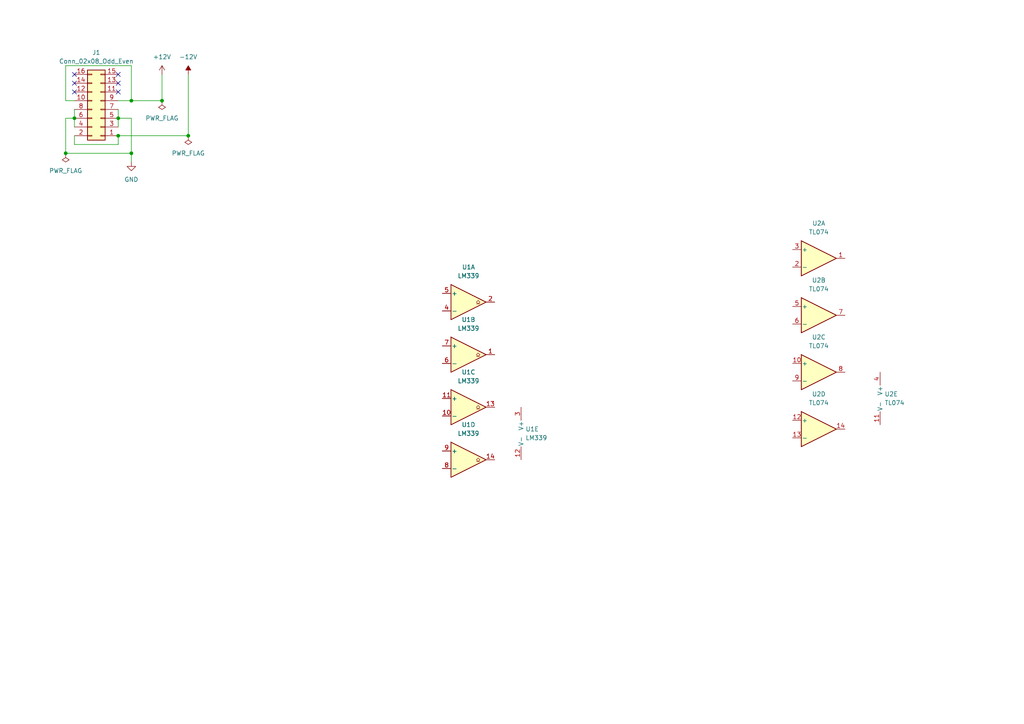
<source format=kicad_sch>
(kicad_sch (version 20230121) (generator eeschema)
  (paper "A4")
  (lib_symbols
    (symbol "Amplifier_Operational:TL074" (pin_names (offset 0.127))
      (property "Reference" "U" (at 0 5.08 0))
      (property "Value" "TL074" (at 0 -5.08 0))
      (symbol "TL074_1_1"
        (polyline (pts (xy -5.08 5.08) (xy 5.08 0) (xy -5.08 -5.08) (xy -5.08 5.08)) (stroke (width 0.254)) (fill (type background)))
        (pin output line (at 7.62 0 180) (length 2.54) (name "~") (number "1"))
        (pin input line (at -7.62 -2.54 0) (length 2.54) (name "-") (number "2"))
        (pin input line (at -7.62 2.54 0) (length 2.54) (name "+") (number "3"))
      )
      (symbol "TL074_2_1"
        (polyline (pts (xy -5.08 5.08) (xy 5.08 0) (xy -5.08 -5.08) (xy -5.08 5.08)) (stroke (width 0.254)) (fill (type background)))
        (pin input line (at -7.62 2.54 0) (length 2.54) (name "+") (number "5"))
        (pin input line (at -7.62 -2.54 0) (length 2.54) (name "-") (number "6"))
        (pin output line (at 7.62 0 180) (length 2.54) (name "~") (number "7"))
      )
      (symbol "TL074_3_1"
        (polyline (pts (xy -5.08 5.08) (xy 5.08 0) (xy -5.08 -5.08) (xy -5.08 5.08)) (stroke (width 0.254)) (fill (type background)))
        (pin input line (at -7.62 2.54 0) (length 2.54) (name "+") (number "10"))
        (pin output line (at 7.62 0 180) (length 2.54) (name "~") (number "8"))
        (pin input line (at -7.62 -2.54 0) (length 2.54) (name "-") (number "9"))
      )
      (symbol "TL074_4_1"
        (polyline (pts (xy -5.08 5.08) (xy 5.08 0) (xy -5.08 -5.08) (xy -5.08 5.08)) (stroke (width 0.254)) (fill (type background)))
        (pin input line (at -7.62 2.54 0) (length 2.54) (name "+") (number "12"))
        (pin input line (at -7.62 -2.54 0) (length 2.54) (name "-") (number "13"))
        (pin output line (at 7.62 0 180) (length 2.54) (name "~") (number "14"))
      )
      (symbol "TL074_5_1"
        (pin power_in line (at -2.54 -7.62 90) (length 3.81) (name "V-") (number "11"))
        (pin power_in line (at -2.54 7.62 270) (length 3.81) (name "V+") (number "4"))
      )
    )
    (symbol "Comparator:LM339" (pin_names (offset 0.127))
      (property "Reference" "U" (at 0 5.08 0))
      (property "Value" "LM339" (at 0 -5.08 0))
      (symbol "LM339_1_1"
        (polyline (pts (xy -5.08 5.08) (xy 5.08 0) (xy -5.08 -5.08) (xy -5.08 5.08)) (stroke (width 0.254)) (fill (type background)))
        (polyline (pts (xy 3.302 -0.508) (xy 2.794 -0.508) (xy 3.302 0) (xy 2.794 0.508) (xy 2.286 0) (xy 2.794 -0.508) (xy 2.286 -0.508)) (stroke (width 0.127)))
        (pin open_collector line (at 7.62 0 180) (length 2.54) (name "~") (number "2"))
        (pin input line (at -7.62 -2.54 0) (length 2.54) (name "-") (number "4"))
        (pin input line (at -7.62 2.54 0) (length 2.54) (name "+") (number "5"))
      )
      (symbol "LM339_2_1"
        (polyline (pts (xy -5.08 5.08) (xy 5.08 0) (xy -5.08 -5.08) (xy -5.08 5.08)) (stroke (width 0.254)) (fill (type background)))
        (polyline (pts (xy 3.302 -0.508) (xy 2.794 -0.508) (xy 3.302 0) (xy 2.794 0.508) (xy 2.286 0) (xy 2.794 -0.508) (xy 2.286 -0.508)) (stroke (width 0.127)))
        (pin open_collector line (at 7.62 0 180) (length 2.54) (name "~") (number "1"))
        (pin input line (at -7.62 -2.54 0) (length 2.54) (name "-") (number "6"))
        (pin input line (at -7.62 2.54 0) (length 2.54) (name "+") (number "7"))
      )
      (symbol "LM339_3_1"
        (polyline (pts (xy -5.08 5.08) (xy 5.08 0) (xy -5.08 -5.08) (xy -5.08 5.08)) (stroke (width 0.254)) (fill (type background)))
        (polyline (pts (xy 3.302 -0.508) (xy 2.794 -0.508) (xy 3.302 0) (xy 2.794 0.508) (xy 2.286 0) (xy 2.794 -0.508) (xy 2.286 -0.508)) (stroke (width 0.127)))
        (pin input line (at -7.62 -2.54 0) (length 2.54) (name "-") (number "10"))
        (pin input line (at -7.62 2.54 0) (length 2.54) (name "+") (number "11"))
        (pin open_collector line (at 7.62 0 180) (length 2.54) (name "~") (number "13"))
      )
      (symbol "LM339_4_1"
        (polyline (pts (xy -5.08 5.08) (xy 5.08 0) (xy -5.08 -5.08) (xy -5.08 5.08)) (stroke (width 0.254)) (fill (type background)))
        (polyline (pts (xy 3.302 -0.508) (xy 2.794 -0.508) (xy 3.302 0) (xy 2.794 0.508) (xy 2.286 0) (xy 2.794 -0.508) (xy 2.286 -0.508)) (stroke (width 0.127)))
        (pin open_collector line (at 7.62 0 180) (length 2.54) (name "~") (number "14"))
        (pin input line (at -7.62 -2.54 0) (length 2.54) (name "-") (number "8"))
        (pin input line (at -7.62 2.54 0) (length 2.54) (name "+") (number "9"))
      )
      (symbol "LM339_5_1"
        (pin power_in line (at -2.54 -7.62 90) (length 3.81) (name "V-") (number "12"))
        (pin power_in line (at -2.54 7.62 270) (length 3.81) (name "V+") (number "3"))
      )
    )
    (symbol "Connector_Generic:Conn_02x08_Odd_Even" (pin_names (offset 1.016) hide)
      (property "Reference" "J" (at 1.27 10.16 0))
      (property "Value" "Conn_02x08_Odd_Even" (at 1.27 -12.7 0))
      (symbol "Conn_02x08_Odd_Even_1_1"
        (rectangle (start -1.27 -10.033) (end 0 -10.287) (stroke (width 0.1524)))
        (rectangle (start -1.27 -7.493) (end 0 -7.747) (stroke (width 0.1524)))
        (rectangle (start -1.27 -4.953) (end 0 -5.207) (stroke (width 0.1524)))
        (rectangle (start -1.27 -2.413) (end 0 -2.667) (stroke (width 0.1524)))
        (rectangle (start -1.27 0.127) (end 0 -0.127) (stroke (width 0.1524)))
        (rectangle (start -1.27 2.667) (end 0 2.413) (stroke (width 0.1524)))
        (rectangle (start -1.27 5.207) (end 0 4.953) (stroke (width 0.1524)))
        (rectangle (start -1.27 7.747) (end 0 7.493) (stroke (width 0.1524)))
        (rectangle (start -1.27 8.89) (end 3.81 -11.43) (stroke (width 0.254)) (fill (type background)))
        (rectangle (start 3.81 -10.033) (end 2.54 -10.287) (stroke (width 0.1524)))
        (rectangle (start 3.81 -7.493) (end 2.54 -7.747) (stroke (width 0.1524)))
        (rectangle (start 3.81 -4.953) (end 2.54 -5.207) (stroke (width 0.1524)))
        (rectangle (start 3.81 -2.413) (end 2.54 -2.667) (stroke (width 0.1524)))
        (rectangle (start 3.81 0.127) (end 2.54 -0.127) (stroke (width 0.1524)))
        (rectangle (start 3.81 2.667) (end 2.54 2.413) (stroke (width 0.1524)))
        (rectangle (start 3.81 5.207) (end 2.54 4.953) (stroke (width 0.1524)))
        (rectangle (start 3.81 7.747) (end 2.54 7.493) (stroke (width 0.1524)))
        (pin passive line (at -5.08 7.62 0) (length 3.81) (name "Pin_1") (number "1"))
        (pin passive line (at 7.62 -2.54 180) (length 3.81) (name "Pin_10") (number "10"))
        (pin passive line (at -5.08 -5.08 0) (length 3.81) (name "Pin_11") (number "11"))
        (pin passive line (at 7.62 -5.08 180) (length 3.81) (name "Pin_12") (number "12"))
        (pin passive line (at -5.08 -7.62 0) (length 3.81) (name "Pin_13") (number "13"))
        (pin passive line (at 7.62 -7.62 180) (length 3.81) (name "Pin_14") (number "14"))
        (pin passive line (at -5.08 -10.16 0) (length 3.81) (name "Pin_15") (number "15"))
        (pin passive line (at 7.62 -10.16 180) (length 3.81) (name "Pin_16") (number "16"))
        (pin passive line (at 7.62 7.62 180) (length 3.81) (name "Pin_2") (number "2"))
        (pin passive line (at -5.08 5.08 0) (length 3.81) (name "Pin_3") (number "3"))
        (pin passive line (at 7.62 5.08 180) (length 3.81) (name "Pin_4") (number "4"))
        (pin passive line (at -5.08 2.54 0) (length 3.81) (name "Pin_5") (number "5"))
        (pin passive line (at 7.62 2.54 180) (length 3.81) (name "Pin_6") (number "6"))
        (pin passive line (at -5.08 0 0) (length 3.81) (name "Pin_7") (number "7"))
        (pin passive line (at 7.62 0 180) (length 3.81) (name "Pin_8") (number "8"))
        (pin passive line (at -5.08 -2.54 0) (length 3.81) (name "Pin_9") (number "9"))
      )
    )
    (symbol "power:+12V" (power) (pin_names (offset 0))
      (property "Value" "+12V" (at 0 3.556 0))
      (symbol "+12V_0_1"
        (polyline (pts (xy -0.762 1.27) (xy 0 2.54)))
        (polyline (pts (xy 0 0) (xy 0 2.54)))
        (polyline (pts (xy 0 2.54) (xy 0.762 1.27)))
      )
      (symbol "+12V_1_1"
        (pin power_in line (at 0 0 90) (length 0) hide (name "+12V") (number "1"))
      )
    )
    (symbol "power:-12V" (power) (pin_names (offset 0))
      (property "Value" "-12V" (at 0 3.81 0))
      (symbol "-12V_0_0"
        (pin power_in line (at 0 0 90) (length 0) hide (name "-12V") (number "1"))
      )
      (symbol "-12V_0_1"
        (polyline (pts (xy 0 0) (xy 0 1.27) (xy 0.762 1.27) (xy 0 2.54) (xy -0.762 1.27) (xy 0 1.27)) (fill (type outline)))
      )
    )
    (symbol "power:GND" (power) (pin_names (offset 0))
      (property "Value" "GND" (at 0 -3.81 0))
      (symbol "GND_0_1"
        (polyline (pts (xy 0 0) (xy 0 -1.27) (xy 1.27 -1.27) (xy 0 -2.54) (xy -1.27 -1.27) (xy 0 -1.27)))
      )
      (symbol "GND_1_1"
        (pin power_in line (at 0 0 270) (length 0) hide (name "GND") (number "1"))
      )
    )
    (symbol "power:PWR_FLAG" (power) (pin_numbers hide) (pin_names (offset 0) hide)
      (property "Value" "PWR_FLAG" (at 0 3.81 0))
      (symbol "PWR_FLAG_0_0"
        (pin power_out line (at 0 0 90) (length 0) (name "pwr") (number "1"))
      )
      (symbol "PWR_FLAG_0_1"
        (polyline (pts (xy 0 0) (xy 0 1.27) (xy -1.016 1.905) (xy 0 2.54) (xy 1.016 1.905) (xy 0 1.27)))
      )
    )
  )
  (junction (at 38.1 29.21))
  (junction (at 38.1 44.45))
  (junction (at 34.29 34.29))
  (junction (at 46.99 29.21))
  (junction (at 34.29 39.37))
  (junction (at 54.61 39.37))
  (junction (at 19.05 44.45))
  (junction (at 21.59 34.29))
  (no_connect (at 21.59 26.67))
  (no_connect (at 21.59 21.59))
  (no_connect (at 21.59 24.13))
  (no_connect (at 34.29 24.13))
  (no_connect (at 34.29 21.59))
  (no_connect (at 34.29 26.67))
  (wire (pts (xy 19.05 44.45) (xy 38.1 44.45)))
  (wire (pts (xy 38.1 29.21) (xy 46.99 29.21)))
  (wire (pts (xy 21.59 29.21) (xy 19.05 29.21)))
  (wire (pts (xy 34.29 39.37) (xy 54.61 39.37)))
  (wire (pts (xy 34.29 29.21) (xy 38.1 29.21)))
  (wire (pts (xy 21.59 39.37) (xy 21.59 41.91)))
  (wire (pts (xy 34.29 41.91) (xy 34.29 39.37)))
  (wire (pts (xy 19.05 34.29) (xy 19.05 44.45)))
  (wire (pts (xy 38.1 19.05) (xy 38.1 29.21)))
  (wire (pts (xy 21.59 34.29) (xy 21.59 36.83)))
  (wire (pts (xy 54.61 39.37) (xy 54.61 21.59)))
  (wire (pts (xy 34.29 34.29) (xy 38.1 34.29)))
  (wire (pts (xy 34.29 31.75) (xy 34.29 34.29)))
  (wire (pts (xy 19.05 29.21) (xy 19.05 19.05)))
  (wire (pts (xy 19.05 19.05) (xy 38.1 19.05)))
  (wire (pts (xy 34.29 34.29) (xy 34.29 36.83)))
  (wire (pts (xy 21.59 34.29) (xy 19.05 34.29)))
  (wire (pts (xy 21.59 41.91) (xy 34.29 41.91)))
  (wire (pts (xy 46.99 29.21) (xy 46.99 21.59)))
  (wire (pts (xy 21.59 31.75) (xy 21.59 34.29)))
  (wire (pts (xy 38.1 34.29) (xy 38.1 44.45)))
  (wire (pts (xy 38.1 44.45) (xy 38.1 46.99)))
  (symbol (lib_id "Amplifier_Operational:TL074") (at 237.49 107.95 0) (unit 3)
    (property "Reference" "U2" (at 237.49 97.79 0))
    (property "Value" "TL074" (at 237.49 100.33 0))
    (property "Footprint" "Package_SO:SOIC-14_3.9x8.7mm_P1.27mm" (effects hide))
    (property "Datasheet" "http://www.ti.com/lit/ds/symlink/tl071.pdf" (effects hide))
  )
  (symbol (lib_id "Comparator:LM339") (at 135.89 133.35 0) (unit 4)
    (property "Reference" "U1" (at 135.89 123.19 0))
    (property "Value" "LM339" (at 135.89 125.73 0))
    (property "Footprint" "Package_SO:SOIC-14_3.9x8.7mm_P1.27mm" (effects hide))
    (property "Datasheet" "https://www.st.com/resource/en/datasheet/lm139.pdf" (effects hide))
  )
  (symbol (lib_id "Comparator:LM339") (at 135.89 118.11 0) (unit 3)
    (property "Reference" "U1" (at 135.89 107.95 0))
    (property "Value" "LM339" (at 135.89 110.49 0))
    (property "Footprint" "Package_SO:SOIC-14_3.9x8.7mm_P1.27mm" (effects hide))
    (property "Datasheet" "https://www.st.com/resource/en/datasheet/lm139.pdf" (effects hide))
  )
  (symbol (lib_id "power:GND") (at 38.1 46.99 0) (unit 1)
    (property "Reference" "#PWR01" (effects hide))
    (property "Value" "GND" (at 38.1 52.07 0))
  )
  (symbol (lib_id "Amplifier_Operational:TL074") (at 237.49 91.44 0) (unit 2)
    (property "Reference" "U2" (at 237.49 81.28 0))
    (property "Value" "TL074" (at 237.49 83.82 0))
    (property "Footprint" "Package_SO:SOIC-14_3.9x8.7mm_P1.27mm" (effects hide))
    (property "Datasheet" "http://www.ti.com/lit/ds/symlink/tl071.pdf" (effects hide))
  )
  (symbol (lib_id "Connector_Generic:Conn_02x08_Odd_Even") (at 29.21 31.75 180) (unit 1)
    (property "Reference" "J1" (at 27.94 15.24 0))
    (property "Value" "Conn_02x08_Odd_Even" (at 27.94 17.78 0))
    (property "Footprint" "Connector_IDC:IDC-Header_2x08_P2.54mm_Vertical" (effects hide))
  )
  (symbol (lib_id "Comparator:LM339") (at 135.89 102.87 0) (unit 2)
    (property "Reference" "U1" (at 135.89 92.71 0))
    (property "Value" "LM339" (at 135.89 95.25 0))
    (property "Footprint" "Package_SO:SOIC-14_3.9x8.7mm_P1.27mm" (effects hide))
    (property "Datasheet" "https://www.st.com/resource/en/datasheet/lm139.pdf" (effects hide))
  )
  (symbol (lib_id "power:+12V") (at 46.99 21.59 0) (unit 1)
    (property "Reference" "#PWR02" (effects hide))
    (property "Value" "+12V" (at 46.99 16.51 0))
  )
  (symbol (lib_id "power:PWR_FLAG") (at 46.99 29.21 180) (unit 1)
    (property "Reference" "#FLG01" (effects hide))
    (property "Value" "PWR_FLAG" (at 46.99 34.29 0))
  )
  (symbol (lib_id "power:-12V") (at 54.61 21.59 0) (unit 1)
    (property "Reference" "#PWR03" (effects hide))
    (property "Value" "-12V" (at 54.61 16.51 0))
  )
  (symbol (lib_id "power:PWR_FLAG") (at 54.61 39.37 180) (unit 1)
    (property "Reference" "#FLG02" (effects hide))
    (property "Value" "PWR_FLAG" (at 54.61 44.45 0))
  )
  (symbol (lib_id "Comparator:LM339") (at 153.67 125.73 0) (unit 5)
    (property "Reference" "U1" (at 152.4 124.46 0) (effects (justify left)))
    (property "Value" "LM339" (at 152.4 127 0) (effects (justify left)))
    (property "Footprint" "Package_SO:SOIC-14_3.9x8.7mm_P1.27mm" (effects hide))
    (property "Datasheet" "https://www.st.com/resource/en/datasheet/lm139.pdf" (effects hide))
  )
  (symbol (lib_id "power:PWR_FLAG") (at 19.05 44.45 180) (unit 1)
    (property "Reference" "#FLG03" (effects hide))
    (property "Value" "PWR_FLAG" (at 19.05 49.53 0))
  )
  (symbol (lib_id "Amplifier_Operational:TL074") (at 237.49 74.93 0) (unit 1)
    (property "Reference" "U2" (at 237.49 64.77 0))
    (property "Value" "TL074" (at 237.49 67.31 0))
    (property "Footprint" "Package_SO:SOIC-14_3.9x8.7mm_P1.27mm" (effects hide))
    (property "Datasheet" "http://www.ti.com/lit/ds/symlink/tl071.pdf" (effects hide))
  )
  (symbol (lib_id "Amplifier_Operational:TL074") (at 257.81 115.57 0) (unit 5)
    (property "Reference" "U2" (at 256.54 114.3 0) (effects (justify left)))
    (property "Value" "TL074" (at 256.54 116.84 0) (effects (justify left)))
    (property "Footprint" "Package_SO:SOIC-14_3.9x8.7mm_P1.27mm" (effects hide))
    (property "Datasheet" "http://www.ti.com/lit/ds/symlink/tl071.pdf" (effects hide))
  )
  (symbol (lib_id "Amplifier_Operational:TL074") (at 237.49 124.46 0) (unit 4)
    (property "Reference" "U2" (at 237.49 114.3 0))
    (property "Value" "TL074" (at 237.49 116.84 0))
    (property "Footprint" "Package_SO:SOIC-14_3.9x8.7mm_P1.27mm" (effects hide))
    (property "Datasheet" "http://www.ti.com/lit/ds/symlink/tl071.pdf" (effects hide))
  )
  (symbol (lib_id "Comparator:LM339") (at 135.89 87.63 0) (unit 1)
    (property "Reference" "U1" (at 135.89 77.47 0))
    (property "Value" "LM339" (at 135.89 80.01 0))
    (property "Footprint" "Package_SO:SOIC-14_3.9x8.7mm_P1.27mm" (effects hide))
    (property "Datasheet" "https://www.st.com/resource/en/datasheet/lm139.pdf" (effects hide))
  )
)
</source>
